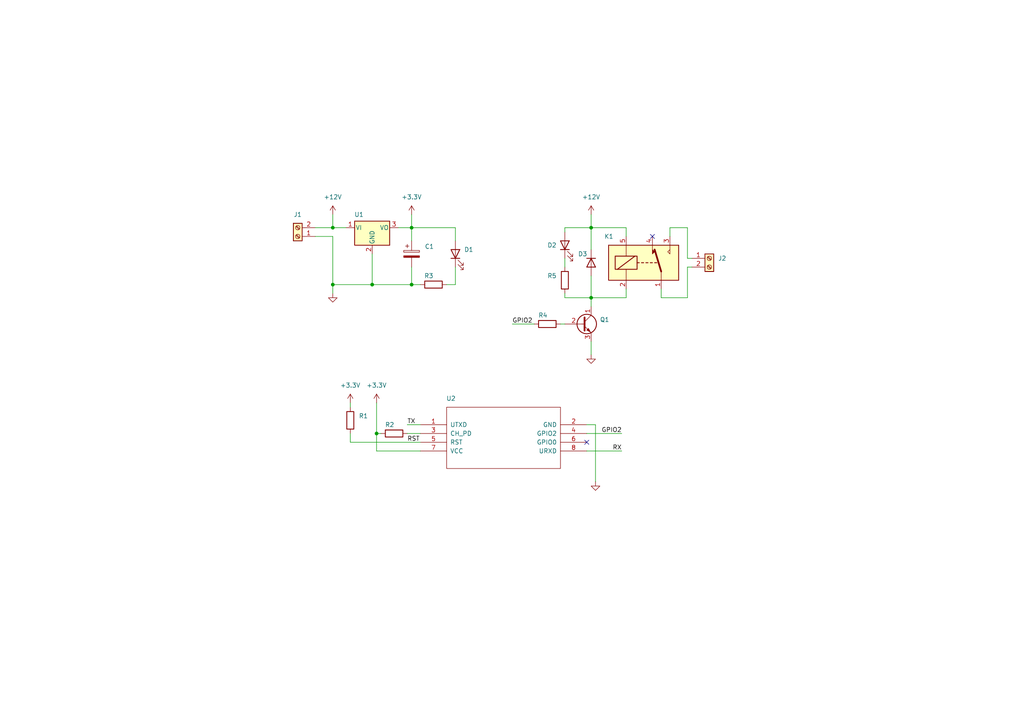
<source format=kicad_sch>
(kicad_sch (version 20230121) (generator eeschema)

  (uuid 5dc217d3-1123-4195-868b-3b83e4f832f2)

  (paper "A4")

  (title_block
    (title "RELÉ WIFI CON ESP-01")
    (date "2023-09-06")
    (rev "1")
    (company "Lucas Martín Treser")
  )

  (lib_symbols
    (symbol "Connector:Screw_Terminal_01x02" (pin_names (offset 1.016) hide) (in_bom yes) (on_board yes)
      (property "Reference" "J" (at 0 2.54 0)
        (effects (font (size 1.27 1.27)))
      )
      (property "Value" "Screw_Terminal_01x02" (at 0 -5.08 0)
        (effects (font (size 1.27 1.27)))
      )
      (property "Footprint" "" (at 0 0 0)
        (effects (font (size 1.27 1.27)) hide)
      )
      (property "Datasheet" "~" (at 0 0 0)
        (effects (font (size 1.27 1.27)) hide)
      )
      (property "ki_keywords" "screw terminal" (at 0 0 0)
        (effects (font (size 1.27 1.27)) hide)
      )
      (property "ki_description" "Generic screw terminal, single row, 01x02, script generated (kicad-library-utils/schlib/autogen/connector/)" (at 0 0 0)
        (effects (font (size 1.27 1.27)) hide)
      )
      (property "ki_fp_filters" "TerminalBlock*:*" (at 0 0 0)
        (effects (font (size 1.27 1.27)) hide)
      )
      (symbol "Screw_Terminal_01x02_1_1"
        (rectangle (start -1.27 1.27) (end 1.27 -3.81)
          (stroke (width 0.254) (type default))
          (fill (type background))
        )
        (circle (center 0 -2.54) (radius 0.635)
          (stroke (width 0.1524) (type default))
          (fill (type none))
        )
        (polyline
          (pts
            (xy -0.5334 -2.2098)
            (xy 0.3302 -3.048)
          )
          (stroke (width 0.1524) (type default))
          (fill (type none))
        )
        (polyline
          (pts
            (xy -0.5334 0.3302)
            (xy 0.3302 -0.508)
          )
          (stroke (width 0.1524) (type default))
          (fill (type none))
        )
        (polyline
          (pts
            (xy -0.3556 -2.032)
            (xy 0.508 -2.8702)
          )
          (stroke (width 0.1524) (type default))
          (fill (type none))
        )
        (polyline
          (pts
            (xy -0.3556 0.508)
            (xy 0.508 -0.3302)
          )
          (stroke (width 0.1524) (type default))
          (fill (type none))
        )
        (circle (center 0 0) (radius 0.635)
          (stroke (width 0.1524) (type default))
          (fill (type none))
        )
        (pin passive line (at -5.08 0 0) (length 3.81)
          (name "Pin_1" (effects (font (size 1.27 1.27))))
          (number "1" (effects (font (size 1.27 1.27))))
        )
        (pin passive line (at -5.08 -2.54 0) (length 3.81)
          (name "Pin_2" (effects (font (size 1.27 1.27))))
          (number "2" (effects (font (size 1.27 1.27))))
        )
      )
    )
    (symbol "Device:C_Polarized" (pin_numbers hide) (pin_names (offset 0.254)) (in_bom yes) (on_board yes)
      (property "Reference" "C" (at 0.635 2.54 0)
        (effects (font (size 1.27 1.27)) (justify left))
      )
      (property "Value" "C_Polarized" (at 0.635 -2.54 0)
        (effects (font (size 1.27 1.27)) (justify left))
      )
      (property "Footprint" "" (at 0.9652 -3.81 0)
        (effects (font (size 1.27 1.27)) hide)
      )
      (property "Datasheet" "~" (at 0 0 0)
        (effects (font (size 1.27 1.27)) hide)
      )
      (property "ki_keywords" "cap capacitor" (at 0 0 0)
        (effects (font (size 1.27 1.27)) hide)
      )
      (property "ki_description" "Polarized capacitor" (at 0 0 0)
        (effects (font (size 1.27 1.27)) hide)
      )
      (property "ki_fp_filters" "CP_*" (at 0 0 0)
        (effects (font (size 1.27 1.27)) hide)
      )
      (symbol "C_Polarized_0_1"
        (rectangle (start -2.286 0.508) (end 2.286 1.016)
          (stroke (width 0) (type default))
          (fill (type none))
        )
        (polyline
          (pts
            (xy -1.778 2.286)
            (xy -0.762 2.286)
          )
          (stroke (width 0) (type default))
          (fill (type none))
        )
        (polyline
          (pts
            (xy -1.27 2.794)
            (xy -1.27 1.778)
          )
          (stroke (width 0) (type default))
          (fill (type none))
        )
        (rectangle (start 2.286 -0.508) (end -2.286 -1.016)
          (stroke (width 0) (type default))
          (fill (type outline))
        )
      )
      (symbol "C_Polarized_1_1"
        (pin passive line (at 0 3.81 270) (length 2.794)
          (name "~" (effects (font (size 1.27 1.27))))
          (number "1" (effects (font (size 1.27 1.27))))
        )
        (pin passive line (at 0 -3.81 90) (length 2.794)
          (name "~" (effects (font (size 1.27 1.27))))
          (number "2" (effects (font (size 1.27 1.27))))
        )
      )
    )
    (symbol "Device:LED" (pin_numbers hide) (pin_names (offset 1.016) hide) (in_bom yes) (on_board yes)
      (property "Reference" "D" (at 0 2.54 0)
        (effects (font (size 1.27 1.27)))
      )
      (property "Value" "LED" (at 0 -2.54 0)
        (effects (font (size 1.27 1.27)))
      )
      (property "Footprint" "" (at 0 0 0)
        (effects (font (size 1.27 1.27)) hide)
      )
      (property "Datasheet" "~" (at 0 0 0)
        (effects (font (size 1.27 1.27)) hide)
      )
      (property "ki_keywords" "LED diode" (at 0 0 0)
        (effects (font (size 1.27 1.27)) hide)
      )
      (property "ki_description" "Light emitting diode" (at 0 0 0)
        (effects (font (size 1.27 1.27)) hide)
      )
      (property "ki_fp_filters" "LED* LED_SMD:* LED_THT:*" (at 0 0 0)
        (effects (font (size 1.27 1.27)) hide)
      )
      (symbol "LED_0_1"
        (polyline
          (pts
            (xy -1.27 -1.27)
            (xy -1.27 1.27)
          )
          (stroke (width 0.254) (type default))
          (fill (type none))
        )
        (polyline
          (pts
            (xy -1.27 0)
            (xy 1.27 0)
          )
          (stroke (width 0) (type default))
          (fill (type none))
        )
        (polyline
          (pts
            (xy 1.27 -1.27)
            (xy 1.27 1.27)
            (xy -1.27 0)
            (xy 1.27 -1.27)
          )
          (stroke (width 0.254) (type default))
          (fill (type none))
        )
        (polyline
          (pts
            (xy -3.048 -0.762)
            (xy -4.572 -2.286)
            (xy -3.81 -2.286)
            (xy -4.572 -2.286)
            (xy -4.572 -1.524)
          )
          (stroke (width 0) (type default))
          (fill (type none))
        )
        (polyline
          (pts
            (xy -1.778 -0.762)
            (xy -3.302 -2.286)
            (xy -2.54 -2.286)
            (xy -3.302 -2.286)
            (xy -3.302 -1.524)
          )
          (stroke (width 0) (type default))
          (fill (type none))
        )
      )
      (symbol "LED_1_1"
        (pin passive line (at -3.81 0 0) (length 2.54)
          (name "K" (effects (font (size 1.27 1.27))))
          (number "1" (effects (font (size 1.27 1.27))))
        )
        (pin passive line (at 3.81 0 180) (length 2.54)
          (name "A" (effects (font (size 1.27 1.27))))
          (number "2" (effects (font (size 1.27 1.27))))
        )
      )
    )
    (symbol "Device:R" (pin_numbers hide) (pin_names (offset 0)) (in_bom yes) (on_board yes)
      (property "Reference" "R" (at 2.032 0 90)
        (effects (font (size 1.27 1.27)))
      )
      (property "Value" "R" (at 0 0 90)
        (effects (font (size 1.27 1.27)))
      )
      (property "Footprint" "" (at -1.778 0 90)
        (effects (font (size 1.27 1.27)) hide)
      )
      (property "Datasheet" "~" (at 0 0 0)
        (effects (font (size 1.27 1.27)) hide)
      )
      (property "ki_keywords" "R res resistor" (at 0 0 0)
        (effects (font (size 1.27 1.27)) hide)
      )
      (property "ki_description" "Resistor" (at 0 0 0)
        (effects (font (size 1.27 1.27)) hide)
      )
      (property "ki_fp_filters" "R_*" (at 0 0 0)
        (effects (font (size 1.27 1.27)) hide)
      )
      (symbol "R_0_1"
        (rectangle (start -1.016 -2.54) (end 1.016 2.54)
          (stroke (width 0.254) (type default))
          (fill (type none))
        )
      )
      (symbol "R_1_1"
        (pin passive line (at 0 3.81 270) (length 1.27)
          (name "~" (effects (font (size 1.27 1.27))))
          (number "1" (effects (font (size 1.27 1.27))))
        )
        (pin passive line (at 0 -3.81 90) (length 1.27)
          (name "~" (effects (font (size 1.27 1.27))))
          (number "2" (effects (font (size 1.27 1.27))))
        )
      )
    )
    (symbol "Diode:1N4007" (pin_numbers hide) (pin_names hide) (in_bom yes) (on_board yes)
      (property "Reference" "D" (at 0 2.54 0)
        (effects (font (size 1.27 1.27)))
      )
      (property "Value" "1N4007" (at 0 -2.54 0)
        (effects (font (size 1.27 1.27)))
      )
      (property "Footprint" "Diode_THT:D_DO-41_SOD81_P10.16mm_Horizontal" (at 0 -4.445 0)
        (effects (font (size 1.27 1.27)) hide)
      )
      (property "Datasheet" "http://www.vishay.com/docs/88503/1n4001.pdf" (at 0 0 0)
        (effects (font (size 1.27 1.27)) hide)
      )
      (property "ki_keywords" "diode" (at 0 0 0)
        (effects (font (size 1.27 1.27)) hide)
      )
      (property "ki_description" "1000V 1A General Purpose Rectifier Diode, DO-41" (at 0 0 0)
        (effects (font (size 1.27 1.27)) hide)
      )
      (property "ki_fp_filters" "D*DO?41*" (at 0 0 0)
        (effects (font (size 1.27 1.27)) hide)
      )
      (symbol "1N4007_0_1"
        (polyline
          (pts
            (xy -1.27 1.27)
            (xy -1.27 -1.27)
          )
          (stroke (width 0.254) (type default))
          (fill (type none))
        )
        (polyline
          (pts
            (xy 1.27 0)
            (xy -1.27 0)
          )
          (stroke (width 0) (type default))
          (fill (type none))
        )
        (polyline
          (pts
            (xy 1.27 1.27)
            (xy 1.27 -1.27)
            (xy -1.27 0)
            (xy 1.27 1.27)
          )
          (stroke (width 0.254) (type default))
          (fill (type none))
        )
      )
      (symbol "1N4007_1_1"
        (pin passive line (at -3.81 0 0) (length 2.54)
          (name "K" (effects (font (size 1.27 1.27))))
          (number "1" (effects (font (size 1.27 1.27))))
        )
        (pin passive line (at 3.81 0 180) (length 2.54)
          (name "A" (effects (font (size 1.27 1.27))))
          (number "2" (effects (font (size 1.27 1.27))))
        )
      )
    )
    (symbol "ESP8266:ESP-01v090" (pin_names (offset 1.016)) (in_bom yes) (on_board yes)
      (property "Reference" "U" (at 0 -2.54 0)
        (effects (font (size 1.27 1.27)))
      )
      (property "Value" "ESP-01v090" (at 0 2.54 0)
        (effects (font (size 1.27 1.27)))
      )
      (property "Footprint" "" (at 0 0 0)
        (effects (font (size 1.27 1.27)) hide)
      )
      (property "Datasheet" "http://l0l.org.uk/2014/12/esp8266-modules-hardware-guide-gotta-catch-em-all/" (at 0 0 0)
        (effects (font (size 1.27 1.27)) hide)
      )
      (property "ki_keywords" "MODULE ESP8266 ESP-8266" (at 0 0 0)
        (effects (font (size 1.27 1.27)) hide)
      )
      (property "ki_description" "ESP8266 ESP-01 module, v090" (at 0 0 0)
        (effects (font (size 1.27 1.27)) hide)
      )
      (property "ki_fp_filters" "ESP-01*" (at 0 0 0)
        (effects (font (size 1.27 1.27)) hide)
      )
      (symbol "ESP-01v090_1_0"
        (rectangle (start -16.51 -8.89) (end 16.51 8.89)
          (stroke (width 0) (type default))
          (fill (type none))
        )
      )
      (symbol "ESP-01v090_1_1"
        (pin output line (at -24.13 3.81 0) (length 7.62)
          (name "UTXD" (effects (font (size 1.27 1.27))))
          (number "1" (effects (font (size 1.27 1.27))))
        )
        (pin power_in line (at 24.13 3.81 180) (length 7.62)
          (name "GND" (effects (font (size 1.27 1.27))))
          (number "2" (effects (font (size 1.27 1.27))))
        )
        (pin input line (at -24.13 1.27 0) (length 7.62)
          (name "CH_PD" (effects (font (size 1.27 1.27))))
          (number "3" (effects (font (size 1.27 1.27))))
        )
        (pin tri_state line (at 24.13 1.27 180) (length 7.62)
          (name "GPIO2" (effects (font (size 1.27 1.27))))
          (number "4" (effects (font (size 1.27 1.27))))
        )
        (pin input line (at -24.13 -1.27 0) (length 7.62)
          (name "RST" (effects (font (size 1.27 1.27))))
          (number "5" (effects (font (size 1.27 1.27))))
        )
        (pin tri_state line (at 24.13 -1.27 180) (length 7.62)
          (name "GPIO0" (effects (font (size 1.27 1.27))))
          (number "6" (effects (font (size 1.27 1.27))))
        )
        (pin power_in line (at -24.13 -3.81 0) (length 7.62)
          (name "VCC" (effects (font (size 1.27 1.27))))
          (number "7" (effects (font (size 1.27 1.27))))
        )
        (pin input line (at 24.13 -3.81 180) (length 7.62)
          (name "URXD" (effects (font (size 1.27 1.27))))
          (number "8" (effects (font (size 1.27 1.27))))
        )
      )
    )
    (symbol "Regulator_Linear:LM7805_TO220" (pin_names (offset 0.254)) (in_bom yes) (on_board yes)
      (property "Reference" "U" (at -3.81 3.175 0)
        (effects (font (size 1.27 1.27)))
      )
      (property "Value" "LM7805_TO220" (at 0 3.175 0)
        (effects (font (size 1.27 1.27)) (justify left))
      )
      (property "Footprint" "Package_TO_SOT_THT:TO-220-3_Vertical" (at 0 5.715 0)
        (effects (font (size 1.27 1.27) italic) hide)
      )
      (property "Datasheet" "https://www.onsemi.cn/PowerSolutions/document/MC7800-D.PDF" (at 0 -1.27 0)
        (effects (font (size 1.27 1.27)) hide)
      )
      (property "ki_keywords" "Voltage Regulator 1A Positive" (at 0 0 0)
        (effects (font (size 1.27 1.27)) hide)
      )
      (property "ki_description" "Positive 1A 35V Linear Regulator, Fixed Output 5V, TO-220" (at 0 0 0)
        (effects (font (size 1.27 1.27)) hide)
      )
      (property "ki_fp_filters" "TO?220*" (at 0 0 0)
        (effects (font (size 1.27 1.27)) hide)
      )
      (symbol "LM7805_TO220_0_1"
        (rectangle (start -5.08 1.905) (end 5.08 -5.08)
          (stroke (width 0.254) (type default))
          (fill (type background))
        )
      )
      (symbol "LM7805_TO220_1_1"
        (pin power_in line (at -7.62 0 0) (length 2.54)
          (name "VI" (effects (font (size 1.27 1.27))))
          (number "1" (effects (font (size 1.27 1.27))))
        )
        (pin power_in line (at 0 -7.62 90) (length 2.54)
          (name "GND" (effects (font (size 1.27 1.27))))
          (number "2" (effects (font (size 1.27 1.27))))
        )
        (pin power_out line (at 7.62 0 180) (length 2.54)
          (name "VO" (effects (font (size 1.27 1.27))))
          (number "3" (effects (font (size 1.27 1.27))))
        )
      )
    )
    (symbol "Relay:G5LE-1" (in_bom yes) (on_board yes)
      (property "Reference" "K" (at 11.43 3.81 0)
        (effects (font (size 1.27 1.27)) (justify left))
      )
      (property "Value" "G5LE-1" (at 11.43 1.27 0)
        (effects (font (size 1.27 1.27)) (justify left))
      )
      (property "Footprint" "Relay_THT:Relay_SPDT_Omron-G5LE-1" (at 11.43 -1.27 0)
        (effects (font (size 1.27 1.27)) (justify left) hide)
      )
      (property "Datasheet" "http://www.omron.com/ecb/products/pdf/en-g5le.pdf" (at 0 0 0)
        (effects (font (size 1.27 1.27)) hide)
      )
      (property "ki_keywords" "Miniature Single Pole Relay" (at 0 0 0)
        (effects (font (size 1.27 1.27)) hide)
      )
      (property "ki_description" "Omron G5LE relay, Miniature Single Pole, SPDT, 10A" (at 0 0 0)
        (effects (font (size 1.27 1.27)) hide)
      )
      (property "ki_fp_filters" "Relay*SPDT*Omron*G5LE?1*" (at 0 0 0)
        (effects (font (size 1.27 1.27)) hide)
      )
      (symbol "G5LE-1_0_0"
        (polyline
          (pts
            (xy 7.62 5.08)
            (xy 7.62 2.54)
            (xy 6.985 3.175)
            (xy 7.62 3.81)
          )
          (stroke (width 0) (type default))
          (fill (type none))
        )
      )
      (symbol "G5LE-1_0_1"
        (rectangle (start -10.16 5.08) (end 10.16 -5.08)
          (stroke (width 0.254) (type default))
          (fill (type background))
        )
        (rectangle (start -8.255 1.905) (end -1.905 -1.905)
          (stroke (width 0.254) (type default))
          (fill (type none))
        )
        (polyline
          (pts
            (xy -7.62 -1.905)
            (xy -2.54 1.905)
          )
          (stroke (width 0.254) (type default))
          (fill (type none))
        )
        (polyline
          (pts
            (xy -5.08 -5.08)
            (xy -5.08 -1.905)
          )
          (stroke (width 0) (type default))
          (fill (type none))
        )
        (polyline
          (pts
            (xy -5.08 5.08)
            (xy -5.08 1.905)
          )
          (stroke (width 0) (type default))
          (fill (type none))
        )
        (polyline
          (pts
            (xy -1.905 0)
            (xy -1.27 0)
          )
          (stroke (width 0.254) (type default))
          (fill (type none))
        )
        (polyline
          (pts
            (xy -0.635 0)
            (xy 0 0)
          )
          (stroke (width 0.254) (type default))
          (fill (type none))
        )
        (polyline
          (pts
            (xy 0.635 0)
            (xy 1.27 0)
          )
          (stroke (width 0.254) (type default))
          (fill (type none))
        )
        (polyline
          (pts
            (xy 1.905 0)
            (xy 2.54 0)
          )
          (stroke (width 0.254) (type default))
          (fill (type none))
        )
        (polyline
          (pts
            (xy 3.175 0)
            (xy 3.81 0)
          )
          (stroke (width 0.254) (type default))
          (fill (type none))
        )
        (polyline
          (pts
            (xy 5.08 -2.54)
            (xy 3.175 3.81)
          )
          (stroke (width 0.508) (type default))
          (fill (type none))
        )
        (polyline
          (pts
            (xy 5.08 -2.54)
            (xy 5.08 -5.08)
          )
          (stroke (width 0) (type default))
          (fill (type none))
        )
        (polyline
          (pts
            (xy 2.54 5.08)
            (xy 2.54 2.54)
            (xy 3.175 3.175)
            (xy 2.54 3.81)
          )
          (stroke (width 0) (type default))
          (fill (type outline))
        )
      )
      (symbol "G5LE-1_1_1"
        (pin passive line (at 5.08 -7.62 90) (length 2.54)
          (name "~" (effects (font (size 1.27 1.27))))
          (number "1" (effects (font (size 1.27 1.27))))
        )
        (pin passive line (at -5.08 -7.62 90) (length 2.54)
          (name "~" (effects (font (size 1.27 1.27))))
          (number "2" (effects (font (size 1.27 1.27))))
        )
        (pin passive line (at 7.62 7.62 270) (length 2.54)
          (name "~" (effects (font (size 1.27 1.27))))
          (number "3" (effects (font (size 1.27 1.27))))
        )
        (pin passive line (at 2.54 7.62 270) (length 2.54)
          (name "~" (effects (font (size 1.27 1.27))))
          (number "4" (effects (font (size 1.27 1.27))))
        )
        (pin passive line (at -5.08 7.62 270) (length 2.54)
          (name "~" (effects (font (size 1.27 1.27))))
          (number "5" (effects (font (size 1.27 1.27))))
        )
      )
    )
    (symbol "Transistor_BJT:BC548" (pin_names (offset 0) hide) (in_bom yes) (on_board yes)
      (property "Reference" "Q" (at 5.08 1.905 0)
        (effects (font (size 1.27 1.27)) (justify left))
      )
      (property "Value" "BC548" (at 5.08 0 0)
        (effects (font (size 1.27 1.27)) (justify left))
      )
      (property "Footprint" "Package_TO_SOT_THT:TO-92_Inline" (at 5.08 -1.905 0)
        (effects (font (size 1.27 1.27) italic) (justify left) hide)
      )
      (property "Datasheet" "https://www.onsemi.com/pub/Collateral/BC550-D.pdf" (at 0 0 0)
        (effects (font (size 1.27 1.27)) (justify left) hide)
      )
      (property "ki_keywords" "NPN Transistor" (at 0 0 0)
        (effects (font (size 1.27 1.27)) hide)
      )
      (property "ki_description" "0.1A Ic, 30V Vce, Small Signal NPN Transistor, TO-92" (at 0 0 0)
        (effects (font (size 1.27 1.27)) hide)
      )
      (property "ki_fp_filters" "TO?92*" (at 0 0 0)
        (effects (font (size 1.27 1.27)) hide)
      )
      (symbol "BC548_0_1"
        (polyline
          (pts
            (xy 0 0)
            (xy 0.635 0)
          )
          (stroke (width 0) (type default))
          (fill (type none))
        )
        (polyline
          (pts
            (xy 0.635 0.635)
            (xy 2.54 2.54)
          )
          (stroke (width 0) (type default))
          (fill (type none))
        )
        (polyline
          (pts
            (xy 0.635 -0.635)
            (xy 2.54 -2.54)
            (xy 2.54 -2.54)
          )
          (stroke (width 0) (type default))
          (fill (type none))
        )
        (polyline
          (pts
            (xy 0.635 1.905)
            (xy 0.635 -1.905)
            (xy 0.635 -1.905)
          )
          (stroke (width 0.508) (type default))
          (fill (type none))
        )
        (polyline
          (pts
            (xy 1.27 -1.778)
            (xy 1.778 -1.27)
            (xy 2.286 -2.286)
            (xy 1.27 -1.778)
            (xy 1.27 -1.778)
          )
          (stroke (width 0) (type default))
          (fill (type outline))
        )
        (circle (center 1.27 0) (radius 2.8194)
          (stroke (width 0.254) (type default))
          (fill (type none))
        )
      )
      (symbol "BC548_1_1"
        (pin passive line (at 2.54 5.08 270) (length 2.54)
          (name "C" (effects (font (size 1.27 1.27))))
          (number "1" (effects (font (size 1.27 1.27))))
        )
        (pin input line (at -5.08 0 0) (length 5.08)
          (name "B" (effects (font (size 1.27 1.27))))
          (number "2" (effects (font (size 1.27 1.27))))
        )
        (pin passive line (at 2.54 -5.08 90) (length 2.54)
          (name "E" (effects (font (size 1.27 1.27))))
          (number "3" (effects (font (size 1.27 1.27))))
        )
      )
    )
    (symbol "power:+12V" (power) (pin_names (offset 0)) (in_bom yes) (on_board yes)
      (property "Reference" "#PWR" (at 0 -3.81 0)
        (effects (font (size 1.27 1.27)) hide)
      )
      (property "Value" "+12V" (at 0 3.556 0)
        (effects (font (size 1.27 1.27)))
      )
      (property "Footprint" "" (at 0 0 0)
        (effects (font (size 1.27 1.27)) hide)
      )
      (property "Datasheet" "" (at 0 0 0)
        (effects (font (size 1.27 1.27)) hide)
      )
      (property "ki_keywords" "global power" (at 0 0 0)
        (effects (font (size 1.27 1.27)) hide)
      )
      (property "ki_description" "Power symbol creates a global label with name \"+12V\"" (at 0 0 0)
        (effects (font (size 1.27 1.27)) hide)
      )
      (symbol "+12V_0_1"
        (polyline
          (pts
            (xy -0.762 1.27)
            (xy 0 2.54)
          )
          (stroke (width 0) (type default))
          (fill (type none))
        )
        (polyline
          (pts
            (xy 0 0)
            (xy 0 2.54)
          )
          (stroke (width 0) (type default))
          (fill (type none))
        )
        (polyline
          (pts
            (xy 0 2.54)
            (xy 0.762 1.27)
          )
          (stroke (width 0) (type default))
          (fill (type none))
        )
      )
      (symbol "+12V_1_1"
        (pin power_in line (at 0 0 90) (length 0) hide
          (name "+12V" (effects (font (size 1.27 1.27))))
          (number "1" (effects (font (size 1.27 1.27))))
        )
      )
    )
    (symbol "power:+3.3V" (power) (pin_names (offset 0)) (in_bom yes) (on_board yes)
      (property "Reference" "#PWR" (at 0 -3.81 0)
        (effects (font (size 1.27 1.27)) hide)
      )
      (property "Value" "+3.3V" (at 0 3.556 0)
        (effects (font (size 1.27 1.27)))
      )
      (property "Footprint" "" (at 0 0 0)
        (effects (font (size 1.27 1.27)) hide)
      )
      (property "Datasheet" "" (at 0 0 0)
        (effects (font (size 1.27 1.27)) hide)
      )
      (property "ki_keywords" "global power" (at 0 0 0)
        (effects (font (size 1.27 1.27)) hide)
      )
      (property "ki_description" "Power symbol creates a global label with name \"+3.3V\"" (at 0 0 0)
        (effects (font (size 1.27 1.27)) hide)
      )
      (symbol "+3.3V_0_1"
        (polyline
          (pts
            (xy -0.762 1.27)
            (xy 0 2.54)
          )
          (stroke (width 0) (type default))
          (fill (type none))
        )
        (polyline
          (pts
            (xy 0 0)
            (xy 0 2.54)
          )
          (stroke (width 0) (type default))
          (fill (type none))
        )
        (polyline
          (pts
            (xy 0 2.54)
            (xy 0.762 1.27)
          )
          (stroke (width 0) (type default))
          (fill (type none))
        )
      )
      (symbol "+3.3V_1_1"
        (pin power_in line (at 0 0 90) (length 0) hide
          (name "+3.3V" (effects (font (size 1.27 1.27))))
          (number "1" (effects (font (size 1.27 1.27))))
        )
      )
    )
    (symbol "power:GND" (power) (pin_names (offset 0)) (in_bom yes) (on_board yes)
      (property "Reference" "#PWR" (at 0 -6.35 0)
        (effects (font (size 1.27 1.27)) hide)
      )
      (property "Value" "GND" (at 0 -3.81 0)
        (effects (font (size 1.27 1.27)))
      )
      (property "Footprint" "" (at 0 0 0)
        (effects (font (size 1.27 1.27)) hide)
      )
      (property "Datasheet" "" (at 0 0 0)
        (effects (font (size 1.27 1.27)) hide)
      )
      (property "ki_keywords" "global power" (at 0 0 0)
        (effects (font (size 1.27 1.27)) hide)
      )
      (property "ki_description" "Power symbol creates a global label with name \"GND\" , ground" (at 0 0 0)
        (effects (font (size 1.27 1.27)) hide)
      )
      (symbol "GND_0_1"
        (polyline
          (pts
            (xy 0 0)
            (xy 0 -1.27)
            (xy 1.27 -1.27)
            (xy 0 -2.54)
            (xy -1.27 -1.27)
            (xy 0 -1.27)
          )
          (stroke (width 0) (type default))
          (fill (type none))
        )
      )
      (symbol "GND_1_1"
        (pin power_in line (at 0 0 270) (length 0) hide
          (name "GND" (effects (font (size 1.27 1.27))))
          (number "1" (effects (font (size 1.27 1.27))))
        )
      )
    )
  )

  (junction (at 107.95 82.55) (diameter 0) (color 0 0 0 0)
    (uuid 066a5148-9698-4372-b3bb-629fea4874a1)
  )
  (junction (at 171.45 66.04) (diameter 0) (color 0 0 0 0)
    (uuid 0c98e47d-814f-44b5-a756-01d8ef7f3569)
  )
  (junction (at 96.52 66.04) (diameter 0) (color 0 0 0 0)
    (uuid 0f209835-3fe5-40a6-89ea-0afb6ed4725e)
  )
  (junction (at 119.38 66.04) (diameter 0) (color 0 0 0 0)
    (uuid 116cfe0b-01b6-4530-8337-490323101582)
  )
  (junction (at 119.38 82.55) (diameter 0) (color 0 0 0 0)
    (uuid 223a84c2-44d3-4287-9c5d-3cf929826304)
  )
  (junction (at 109.22 125.73) (diameter 0) (color 0 0 0 0)
    (uuid 247e1b67-5d6b-4700-b2db-aac4040b4578)
  )
  (junction (at 171.45 86.36) (diameter 0) (color 0 0 0 0)
    (uuid 60f235df-e3cf-4fdd-830c-805778ee8c66)
  )
  (junction (at 96.52 82.55) (diameter 0) (color 0 0 0 0)
    (uuid e4e36254-294f-4cf3-8ca3-f7ba452fbc79)
  )

  (no_connect (at 170.18 128.27) (uuid 8063c451-2bf0-4c1e-a06a-31c37758c2f7))
  (no_connect (at 189.23 68.58) (uuid e8704c79-c9eb-4a46-adc3-c53efb52fa74))

  (wire (pts (xy 91.44 66.04) (xy 96.52 66.04))
    (stroke (width 0) (type default))
    (uuid 0289d65c-0d56-467c-943b-9e0e9edbb16a)
  )
  (wire (pts (xy 171.45 66.04) (xy 181.61 66.04))
    (stroke (width 0) (type default))
    (uuid 0ea0c435-448c-4779-af10-b558bc64068d)
  )
  (wire (pts (xy 170.18 130.81) (xy 180.34 130.81))
    (stroke (width 0) (type default))
    (uuid 0f7cc9ef-682b-4133-b8dc-5be448e8dabe)
  )
  (wire (pts (xy 181.61 66.04) (xy 181.61 68.58))
    (stroke (width 0) (type default))
    (uuid 1745a940-bb69-4447-9758-95c8de2de702)
  )
  (wire (pts (xy 101.6 125.73) (xy 101.6 128.27))
    (stroke (width 0) (type default))
    (uuid 1903ebac-ea66-49af-a299-d4b4d8850fd4)
  )
  (wire (pts (xy 119.38 66.04) (xy 119.38 69.85))
    (stroke (width 0) (type default))
    (uuid 1be14024-7115-409a-8e02-d51d9b701f0b)
  )
  (wire (pts (xy 163.83 85.09) (xy 163.83 86.36))
    (stroke (width 0) (type default))
    (uuid 1d232014-ec92-4267-901d-a00e0c875cfe)
  )
  (wire (pts (xy 109.22 125.73) (xy 110.49 125.73))
    (stroke (width 0) (type default))
    (uuid 1f2e45cb-c5ec-465a-94d4-f05b92611f4e)
  )
  (wire (pts (xy 199.39 77.47) (xy 200.66 77.47))
    (stroke (width 0) (type default))
    (uuid 2744397f-7409-45af-948d-202ebb9fea9e)
  )
  (wire (pts (xy 132.08 69.85) (xy 132.08 66.04))
    (stroke (width 0) (type default))
    (uuid 2c981c06-d770-43a2-ba8b-7d80e4e5e8d7)
  )
  (wire (pts (xy 96.52 66.04) (xy 100.33 66.04))
    (stroke (width 0) (type default))
    (uuid 2f2d022b-dcd0-4f89-9f5a-71f297920543)
  )
  (wire (pts (xy 181.61 83.82) (xy 181.61 86.36))
    (stroke (width 0) (type default))
    (uuid 3354e109-9ae2-426e-a9db-4b6aacc5d9ff)
  )
  (wire (pts (xy 132.08 82.55) (xy 129.54 82.55))
    (stroke (width 0) (type default))
    (uuid 40acade1-a143-489c-95e1-5125ebe3b17c)
  )
  (wire (pts (xy 107.95 82.55) (xy 119.38 82.55))
    (stroke (width 0) (type default))
    (uuid 4a5e369d-fe7e-44e5-9e19-a82945f6be7d)
  )
  (wire (pts (xy 170.18 123.19) (xy 172.72 123.19))
    (stroke (width 0) (type default))
    (uuid 4e6d4963-280a-45b5-8c86-da138f4e3bd1)
  )
  (wire (pts (xy 109.22 116.84) (xy 109.22 125.73))
    (stroke (width 0) (type default))
    (uuid 51c83e0c-1975-42e4-86b7-2409ec3b712e)
  )
  (wire (pts (xy 115.57 66.04) (xy 119.38 66.04))
    (stroke (width 0) (type default))
    (uuid 52f885e7-92e6-470f-b516-46214c893ed0)
  )
  (wire (pts (xy 194.31 68.58) (xy 194.31 66.04))
    (stroke (width 0) (type default))
    (uuid 53344d31-0619-4427-a1a3-afd556a73f00)
  )
  (wire (pts (xy 132.08 77.47) (xy 132.08 82.55))
    (stroke (width 0) (type default))
    (uuid 535aca16-df1b-41aa-b22b-15113fa9d489)
  )
  (wire (pts (xy 96.52 62.23) (xy 96.52 66.04))
    (stroke (width 0) (type default))
    (uuid 56eb0b80-2856-4c57-8a8a-2d5a66abb31f)
  )
  (wire (pts (xy 119.38 62.23) (xy 119.38 66.04))
    (stroke (width 0) (type default))
    (uuid 580d5674-ca46-478b-bd2f-2fe4e7aaf04a)
  )
  (wire (pts (xy 119.38 66.04) (xy 132.08 66.04))
    (stroke (width 0) (type default))
    (uuid 5844ea17-46d9-4e3d-bc17-c7d33d9a810e)
  )
  (wire (pts (xy 162.56 93.98) (xy 163.83 93.98))
    (stroke (width 0) (type default))
    (uuid 5d607ce0-f7b7-4192-adc9-5a1078a7d1d6)
  )
  (wire (pts (xy 199.39 86.36) (xy 199.39 77.47))
    (stroke (width 0) (type default))
    (uuid 5f86c863-a568-4d00-92e0-82f8eb639f47)
  )
  (wire (pts (xy 191.77 83.82) (xy 191.77 86.36))
    (stroke (width 0) (type default))
    (uuid 603b2c0a-89bf-4883-aa77-153754f2a38c)
  )
  (wire (pts (xy 171.45 72.39) (xy 171.45 66.04))
    (stroke (width 0) (type default))
    (uuid 60a4f0a2-ddd3-417f-913a-d5e90e679f9a)
  )
  (wire (pts (xy 170.18 125.73) (xy 180.34 125.73))
    (stroke (width 0) (type default))
    (uuid 6b1c996e-91f7-4f1a-b6bd-aff34d62a55f)
  )
  (wire (pts (xy 191.77 86.36) (xy 199.39 86.36))
    (stroke (width 0) (type default))
    (uuid 6f4fc1d3-63dd-4171-b153-9d099188f5ec)
  )
  (wire (pts (xy 181.61 86.36) (xy 171.45 86.36))
    (stroke (width 0) (type default))
    (uuid 73b02fd9-4edb-4e49-bedf-8ed06a37320d)
  )
  (wire (pts (xy 91.44 68.58) (xy 96.52 68.58))
    (stroke (width 0) (type default))
    (uuid 76957d0b-6bea-4110-81f6-7dcc34a14d7a)
  )
  (wire (pts (xy 163.83 67.31) (xy 163.83 66.04))
    (stroke (width 0) (type default))
    (uuid 7a348769-85ba-4062-b39a-5b85ebcb63be)
  )
  (wire (pts (xy 172.72 123.19) (xy 172.72 139.7))
    (stroke (width 0) (type default))
    (uuid 7f03a1f0-7715-4787-ab09-255d4d71d91f)
  )
  (wire (pts (xy 171.45 99.06) (xy 171.45 102.87))
    (stroke (width 0) (type default))
    (uuid 80d69706-4e79-4e15-b466-dcc5f4d5f00d)
  )
  (wire (pts (xy 121.92 130.81) (xy 109.22 130.81))
    (stroke (width 0) (type default))
    (uuid 840cb4a7-d28c-48d6-9c81-38c012896779)
  )
  (wire (pts (xy 118.11 123.19) (xy 121.92 123.19))
    (stroke (width 0) (type default))
    (uuid 8bfb6513-af12-48ab-80f1-142919dadcfa)
  )
  (wire (pts (xy 199.39 66.04) (xy 199.39 74.93))
    (stroke (width 0) (type default))
    (uuid 90aae3b5-424a-4d7b-b4a3-9d95b59269e3)
  )
  (wire (pts (xy 194.31 66.04) (xy 199.39 66.04))
    (stroke (width 0) (type default))
    (uuid 9daea042-70e0-4b2f-a847-2b64cb0aa403)
  )
  (wire (pts (xy 163.83 74.93) (xy 163.83 77.47))
    (stroke (width 0) (type default))
    (uuid a0601e7f-9819-4df9-b360-a32bd15ecd85)
  )
  (wire (pts (xy 199.39 74.93) (xy 200.66 74.93))
    (stroke (width 0) (type default))
    (uuid a362b942-d211-4eb4-908f-b16218931cd2)
  )
  (wire (pts (xy 163.83 66.04) (xy 171.45 66.04))
    (stroke (width 0) (type default))
    (uuid a4ea6172-f985-4c3b-bdac-9c4ab3ed9853)
  )
  (wire (pts (xy 96.52 82.55) (xy 107.95 82.55))
    (stroke (width 0) (type default))
    (uuid a8c072d5-ffb1-48f4-b4bf-9f682e25a8f9)
  )
  (wire (pts (xy 118.11 125.73) (xy 121.92 125.73))
    (stroke (width 0) (type default))
    (uuid aee1e340-75e6-4e67-b2e4-ff6424dd8d1d)
  )
  (wire (pts (xy 171.45 62.23) (xy 171.45 66.04))
    (stroke (width 0) (type default))
    (uuid b647ef40-f38b-4ff7-a5b0-ceacdf88c4e6)
  )
  (wire (pts (xy 96.52 68.58) (xy 96.52 82.55))
    (stroke (width 0) (type default))
    (uuid b76822b0-b290-4dc0-93df-4b38456bb3d4)
  )
  (wire (pts (xy 163.83 86.36) (xy 171.45 86.36))
    (stroke (width 0) (type default))
    (uuid ccfb4c7c-ae2d-4873-a00a-db4bc8c4ec48)
  )
  (wire (pts (xy 109.22 130.81) (xy 109.22 125.73))
    (stroke (width 0) (type default))
    (uuid cd6488e6-85f7-4fe2-9243-f92aab90a67f)
  )
  (wire (pts (xy 171.45 80.01) (xy 171.45 86.36))
    (stroke (width 0) (type default))
    (uuid d9f9c9d6-13da-4c13-b312-15e14bd719d0)
  )
  (wire (pts (xy 101.6 128.27) (xy 121.92 128.27))
    (stroke (width 0) (type default))
    (uuid daf2cdad-9337-40bd-95ec-c6403afb5beb)
  )
  (wire (pts (xy 96.52 85.09) (xy 96.52 82.55))
    (stroke (width 0) (type default))
    (uuid e0ad817a-65db-4a4f-9249-4cad06b1c81f)
  )
  (wire (pts (xy 171.45 86.36) (xy 171.45 88.9))
    (stroke (width 0) (type default))
    (uuid edfb0c15-f97f-4714-9e20-f73560bb9cf2)
  )
  (wire (pts (xy 119.38 82.55) (xy 119.38 77.47))
    (stroke (width 0) (type default))
    (uuid f7f66e0f-f558-46d9-b303-83b079f51df3)
  )
  (wire (pts (xy 107.95 73.66) (xy 107.95 82.55))
    (stroke (width 0) (type default))
    (uuid f808fa6c-24fd-44f5-a93d-6de50ba4dd2c)
  )
  (wire (pts (xy 148.59 93.98) (xy 154.94 93.98))
    (stroke (width 0) (type default))
    (uuid fc2423fb-6a45-4a27-9071-1f5e0b19be66)
  )
  (wire (pts (xy 101.6 116.84) (xy 101.6 118.11))
    (stroke (width 0) (type default))
    (uuid ff672362-2018-4336-8315-5eeceb1f34ed)
  )
  (wire (pts (xy 119.38 82.55) (xy 121.92 82.55))
    (stroke (width 0) (type default))
    (uuid ffa3e16f-5ba7-445e-9309-680ef4dd454b)
  )

  (label "GPIO2" (at 180.34 125.73 180) (fields_autoplaced)
    (effects (font (size 1.27 1.27)) (justify right bottom))
    (uuid 22626920-2809-4a69-b771-38a20287c4a9)
  )
  (label "TX" (at 118.11 123.19 0) (fields_autoplaced)
    (effects (font (size 1.27 1.27)) (justify left bottom))
    (uuid 400b8ec6-a4eb-408e-a371-f0e21054795d)
  )
  (label "RX" (at 180.34 130.81 180) (fields_autoplaced)
    (effects (font (size 1.27 1.27)) (justify right bottom))
    (uuid 72fc2912-469f-485b-a2d6-c78d0d7d95dd)
  )
  (label "GPIO2" (at 148.59 93.98 0) (fields_autoplaced)
    (effects (font (size 1.27 1.27)) (justify left bottom))
    (uuid bd120987-7f53-441e-841d-b6178e123358)
  )
  (label "RST" (at 118.11 128.27 0) (fields_autoplaced)
    (effects (font (size 1.27 1.27)) (justify left bottom))
    (uuid d6377339-19b6-41f1-a7fd-f5c1f7f42f7f)
  )

  (symbol (lib_id "power:GND") (at 171.45 102.87 0) (unit 1)
    (in_bom yes) (on_board yes) (dnp no) (fields_autoplaced)
    (uuid 11bd4567-f9b6-4ee1-a9fd-0d0e59c9e874)
    (property "Reference" "#PWR08" (at 171.45 109.22 0)
      (effects (font (size 1.27 1.27)) hide)
    )
    (property "Value" "GND" (at 171.45 107.95 0)
      (effects (font (size 1.27 1.27)) hide)
    )
    (property "Footprint" "" (at 171.45 102.87 0)
      (effects (font (size 1.27 1.27)) hide)
    )
    (property "Datasheet" "" (at 171.45 102.87 0)
      (effects (font (size 1.27 1.27)) hide)
    )
    (pin "1" (uuid e03b052c-c0ef-4b6d-ae93-2b9e47ab721b))
    (instances
      (project "esp_rele"
        (path "/5dc217d3-1123-4195-868b-3b83e4f832f2"
          (reference "#PWR08") (unit 1)
        )
      )
    )
  )

  (symbol (lib_id "Device:R") (at 163.83 81.28 0) (unit 1)
    (in_bom yes) (on_board yes) (dnp no)
    (uuid 13b7c084-8347-44e1-99f8-4b795c3882c4)
    (property "Reference" "R5" (at 158.75 80.01 0)
      (effects (font (size 1.27 1.27)) (justify left))
    )
    (property "Value" "470" (at 166.37 82.5499 0)
      (effects (font (size 1.27 1.27)) (justify left) hide)
    )
    (property "Footprint" "Resistor_THT:R_Axial_DIN0207_L6.3mm_D2.5mm_P7.62mm_Horizontal" (at 162.052 81.28 90)
      (effects (font (size 1.27 1.27)) hide)
    )
    (property "Datasheet" "~" (at 163.83 81.28 0)
      (effects (font (size 1.27 1.27)) hide)
    )
    (pin "1" (uuid dea26ec2-88d0-4d94-90f2-881c75fea4ed))
    (pin "2" (uuid 90eda232-2453-4573-be13-641c84857735))
    (instances
      (project "esp_rele"
        (path "/5dc217d3-1123-4195-868b-3b83e4f832f2"
          (reference "R5") (unit 1)
        )
      )
    )
  )

  (symbol (lib_id "Device:R") (at 114.3 125.73 90) (unit 1)
    (in_bom yes) (on_board yes) (dnp no)
    (uuid 461a5ddc-1b36-4dfd-a7ed-af0579270437)
    (property "Reference" "R2" (at 113.03 123.19 90)
      (effects (font (size 1.27 1.27)))
    )
    (property "Value" "3k3" (at 114.3 121.92 90)
      (effects (font (size 1.27 1.27)) hide)
    )
    (property "Footprint" "Resistor_THT:R_Axial_DIN0207_L6.3mm_D2.5mm_P7.62mm_Horizontal" (at 114.3 127.508 90)
      (effects (font (size 1.27 1.27)) hide)
    )
    (property "Datasheet" "~" (at 114.3 125.73 0)
      (effects (font (size 1.27 1.27)) hide)
    )
    (pin "1" (uuid f34d1bc8-3127-4802-97f0-6b60968da9f0))
    (pin "2" (uuid 798bff0b-ef6a-4512-8f9e-853cf154665d))
    (instances
      (project "esp_rele"
        (path "/5dc217d3-1123-4195-868b-3b83e4f832f2"
          (reference "R2") (unit 1)
        )
      )
    )
  )

  (symbol (lib_id "power:+3.3V") (at 101.6 116.84 0) (unit 1)
    (in_bom yes) (on_board yes) (dnp no) (fields_autoplaced)
    (uuid 4ae991e0-3029-4a15-9e39-b06ae556c944)
    (property "Reference" "#PWR03" (at 101.6 120.65 0)
      (effects (font (size 1.27 1.27)) hide)
    )
    (property "Value" "+3.3V" (at 101.6 111.76 0)
      (effects (font (size 1.27 1.27)))
    )
    (property "Footprint" "" (at 101.6 116.84 0)
      (effects (font (size 1.27 1.27)) hide)
    )
    (property "Datasheet" "" (at 101.6 116.84 0)
      (effects (font (size 1.27 1.27)) hide)
    )
    (pin "1" (uuid 114d7183-a98c-489a-9dc8-828cd0ef7e13))
    (instances
      (project "esp_rele"
        (path "/5dc217d3-1123-4195-868b-3b83e4f832f2"
          (reference "#PWR03") (unit 1)
        )
      )
    )
  )

  (symbol (lib_id "Connector:Screw_Terminal_01x02") (at 86.36 68.58 180) (unit 1)
    (in_bom yes) (on_board yes) (dnp no) (fields_autoplaced)
    (uuid 54173560-d7ad-44eb-836d-168127621c49)
    (property "Reference" "J1" (at 86.36 62.23 0)
      (effects (font (size 1.27 1.27)))
    )
    (property "Value" "Screw_Terminal_01x02" (at 83.82 66.0401 0)
      (effects (font (size 1.27 1.27)) (justify left) hide)
    )
    (property "Footprint" "TerminalBlock_Phoenix:TerminalBlock_Phoenix_MKDS-1,5-2_1x02_P5.00mm_Horizontal" (at 86.36 68.58 0)
      (effects (font (size 1.27 1.27)) hide)
    )
    (property "Datasheet" "~" (at 86.36 68.58 0)
      (effects (font (size 1.27 1.27)) hide)
    )
    (pin "1" (uuid f47217e1-f9e6-487d-8a47-81f136a6d810))
    (pin "2" (uuid dd242ff1-7d89-4061-a22c-3a31b2a32502))
    (instances
      (project "esp_rele"
        (path "/5dc217d3-1123-4195-868b-3b83e4f832f2"
          (reference "J1") (unit 1)
        )
      )
    )
  )

  (symbol (lib_id "ESP8266:ESP-01v090") (at 146.05 127 0) (unit 1)
    (in_bom yes) (on_board yes) (dnp no)
    (uuid 71063415-1a8c-4189-9268-b5eb0accb1d8)
    (property "Reference" "U2" (at 130.81 115.57 0)
      (effects (font (size 1.27 1.27)))
    )
    (property "Value" "ESP-01v090" (at 146.05 115.57 0)
      (effects (font (size 1.27 1.27)) hide)
    )
    (property "Footprint" "ESP8266:ESP-01" (at 146.05 127 0)
      (effects (font (size 1.27 1.27)) hide)
    )
    (property "Datasheet" "http://l0l.org.uk/2014/12/esp8266-modules-hardware-guide-gotta-catch-em-all/" (at 146.05 127 0)
      (effects (font (size 1.27 1.27)) hide)
    )
    (pin "1" (uuid 2b1f6a66-dc26-4385-b4e4-6522a121393c))
    (pin "2" (uuid 343730f7-fb4d-4e1f-bbef-79493bb52f19))
    (pin "3" (uuid 775ef144-843f-4af2-998a-192fae561c8f))
    (pin "4" (uuid ce9f56cb-7f71-40a7-80c3-99c5cff92891))
    (pin "5" (uuid 79da55c3-f21e-4dfb-90a0-780275ad50d6))
    (pin "6" (uuid a54a6cee-f2ae-4a69-aeca-0ca11d9fb61f))
    (pin "7" (uuid 6ac41b26-04d5-46c0-9769-056c6825bcdd))
    (pin "8" (uuid edf7b068-1dd7-4306-ba53-d57b4c12c15c))
    (instances
      (project "esp_rele"
        (path "/5dc217d3-1123-4195-868b-3b83e4f832f2"
          (reference "U2") (unit 1)
        )
      )
    )
  )

  (symbol (lib_id "Device:R") (at 158.75 93.98 90) (unit 1)
    (in_bom yes) (on_board yes) (dnp no)
    (uuid 73b86716-3a4c-4e30-90b9-c1f2f0077069)
    (property "Reference" "R4" (at 157.48 91.44 90)
      (effects (font (size 1.27 1.27)))
    )
    (property "Value" "3k3" (at 158.75 90.17 90)
      (effects (font (size 1.27 1.27)) hide)
    )
    (property "Footprint" "Resistor_THT:R_Axial_DIN0207_L6.3mm_D2.5mm_P7.62mm_Horizontal" (at 158.75 95.758 90)
      (effects (font (size 1.27 1.27)) hide)
    )
    (property "Datasheet" "~" (at 158.75 93.98 0)
      (effects (font (size 1.27 1.27)) hide)
    )
    (pin "1" (uuid 6cdca9db-2cf9-41ee-81ec-5f50a3b4da20))
    (pin "2" (uuid f9793987-e14a-42b4-91cb-1d8f52f2a591))
    (instances
      (project "esp_rele"
        (path "/5dc217d3-1123-4195-868b-3b83e4f832f2"
          (reference "R4") (unit 1)
        )
      )
    )
  )

  (symbol (lib_id "power:GND") (at 172.72 139.7 0) (unit 1)
    (in_bom yes) (on_board yes) (dnp no) (fields_autoplaced)
    (uuid 786feaa7-1536-4381-9450-c206d5b30673)
    (property "Reference" "#PWR09" (at 172.72 146.05 0)
      (effects (font (size 1.27 1.27)) hide)
    )
    (property "Value" "GND" (at 172.72 144.78 0)
      (effects (font (size 1.27 1.27)) hide)
    )
    (property "Footprint" "" (at 172.72 139.7 0)
      (effects (font (size 1.27 1.27)) hide)
    )
    (property "Datasheet" "" (at 172.72 139.7 0)
      (effects (font (size 1.27 1.27)) hide)
    )
    (pin "1" (uuid eda428ee-4acd-4b96-bb08-9b83a56bdf0c))
    (instances
      (project "esp_rele"
        (path "/5dc217d3-1123-4195-868b-3b83e4f832f2"
          (reference "#PWR09") (unit 1)
        )
      )
    )
  )

  (symbol (lib_id "Device:R") (at 101.6 121.92 180) (unit 1)
    (in_bom yes) (on_board yes) (dnp no)
    (uuid 875d7f35-293d-4725-80b4-832b98da7c17)
    (property "Reference" "R1" (at 105.41 120.65 0)
      (effects (font (size 1.27 1.27)))
    )
    (property "Value" "3k3" (at 97.79 121.92 90)
      (effects (font (size 1.27 1.27)) hide)
    )
    (property "Footprint" "Resistor_THT:R_Axial_DIN0207_L6.3mm_D2.5mm_P7.62mm_Horizontal" (at 103.378 121.92 90)
      (effects (font (size 1.27 1.27)) hide)
    )
    (property "Datasheet" "~" (at 101.6 121.92 0)
      (effects (font (size 1.27 1.27)) hide)
    )
    (pin "1" (uuid e2ce214b-be2b-41fe-9d44-d9ec66d2ebbe))
    (pin "2" (uuid d87ee040-1a08-4f34-936f-96a1a1c1094c))
    (instances
      (project "esp_rele"
        (path "/5dc217d3-1123-4195-868b-3b83e4f832f2"
          (reference "R1") (unit 1)
        )
      )
    )
  )

  (symbol (lib_id "Transistor_BJT:BC548") (at 168.91 93.98 0) (unit 1)
    (in_bom yes) (on_board yes) (dnp no) (fields_autoplaced)
    (uuid a4927d3c-f93f-4467-8ae8-8af73495526c)
    (property "Reference" "Q1" (at 173.99 92.7099 0)
      (effects (font (size 1.27 1.27)) (justify left))
    )
    (property "Value" "BC548" (at 173.99 95.2499 0)
      (effects (font (size 1.27 1.27)) (justify left) hide)
    )
    (property "Footprint" "Package_TO_SOT_THT:TO-92_Inline" (at 173.99 95.885 0)
      (effects (font (size 1.27 1.27) italic) (justify left) hide)
    )
    (property "Datasheet" "https://www.onsemi.com/pub/Collateral/BC550-D.pdf" (at 168.91 93.98 0)
      (effects (font (size 1.27 1.27)) (justify left) hide)
    )
    (pin "1" (uuid 45bff716-bf9d-451e-9c3f-530d8cc102eb))
    (pin "2" (uuid b881df0b-d020-4a85-ae21-fd74ee55b033))
    (pin "3" (uuid 5240dd90-1679-49cb-aedc-bb9584ebb2ac))
    (instances
      (project "esp_rele"
        (path "/5dc217d3-1123-4195-868b-3b83e4f832f2"
          (reference "Q1") (unit 1)
        )
      )
    )
  )

  (symbol (lib_id "Device:LED") (at 132.08 73.66 90) (unit 1)
    (in_bom yes) (on_board yes) (dnp no)
    (uuid b4e15f35-6458-4a29-9b49-9625d50f476a)
    (property "Reference" "D1" (at 134.62 72.39 90)
      (effects (font (size 1.27 1.27)) (justify right))
    )
    (property "Value" "LED" (at 135.89 76.5174 90)
      (effects (font (size 1.27 1.27)) (justify right) hide)
    )
    (property "Footprint" "LED_THT:LED_D3.0mm" (at 132.08 73.66 0)
      (effects (font (size 1.27 1.27)) hide)
    )
    (property "Datasheet" "~" (at 132.08 73.66 0)
      (effects (font (size 1.27 1.27)) hide)
    )
    (pin "1" (uuid 319d2aec-3041-4d1c-beb4-805dfada5202))
    (pin "2" (uuid 28defb4a-01c9-4ac4-81e8-d59d5c7d5e4b))
    (instances
      (project "esp_rele"
        (path "/5dc217d3-1123-4195-868b-3b83e4f832f2"
          (reference "D1") (unit 1)
        )
      )
    )
  )

  (symbol (lib_id "Diode:1N4007") (at 171.45 76.2 270) (unit 1)
    (in_bom yes) (on_board yes) (dnp no)
    (uuid bcd9d36b-0f2a-427a-a33c-6bd90704e3b5)
    (property "Reference" "D3" (at 167.64 73.66 90)
      (effects (font (size 1.27 1.27)) (justify left))
    )
    (property "Value" "1N4007" (at 173.99 77.4699 90)
      (effects (font (size 1.27 1.27)) (justify left) hide)
    )
    (property "Footprint" "Diode_THT:D_DO-41_SOD81_P10.16mm_Horizontal" (at 167.005 76.2 0)
      (effects (font (size 1.27 1.27)) hide)
    )
    (property "Datasheet" "http://www.vishay.com/docs/88503/1n4001.pdf" (at 171.45 76.2 0)
      (effects (font (size 1.27 1.27)) hide)
    )
    (pin "1" (uuid 7cffa7e4-7c52-4f19-b660-db0670e2f0d6))
    (pin "2" (uuid dad0e846-5328-4db0-a0e1-a11086f5c1c1))
    (instances
      (project "esp_rele"
        (path "/5dc217d3-1123-4195-868b-3b83e4f832f2"
          (reference "D3") (unit 1)
        )
      )
    )
  )

  (symbol (lib_id "power:+3.3V") (at 109.22 116.84 0) (unit 1)
    (in_bom yes) (on_board yes) (dnp no) (fields_autoplaced)
    (uuid be142db2-25c0-4253-938c-7e052053f81a)
    (property "Reference" "#PWR05" (at 109.22 120.65 0)
      (effects (font (size 1.27 1.27)) hide)
    )
    (property "Value" "+3.3V" (at 109.22 111.76 0)
      (effects (font (size 1.27 1.27)))
    )
    (property "Footprint" "" (at 109.22 116.84 0)
      (effects (font (size 1.27 1.27)) hide)
    )
    (property "Datasheet" "" (at 109.22 116.84 0)
      (effects (font (size 1.27 1.27)) hide)
    )
    (pin "1" (uuid 465ec693-17ee-4ff8-9b29-20e4c5bb4793))
    (instances
      (project "esp_rele"
        (path "/5dc217d3-1123-4195-868b-3b83e4f832f2"
          (reference "#PWR05") (unit 1)
        )
      )
    )
  )

  (symbol (lib_id "power:+12V") (at 171.45 62.23 0) (unit 1)
    (in_bom yes) (on_board yes) (dnp no) (fields_autoplaced)
    (uuid c1b3b02c-fdc5-42dd-aa4e-f956eaeb4f5a)
    (property "Reference" "#PWR07" (at 171.45 66.04 0)
      (effects (font (size 1.27 1.27)) hide)
    )
    (property "Value" "+12V" (at 171.45 57.15 0)
      (effects (font (size 1.27 1.27)))
    )
    (property "Footprint" "" (at 171.45 62.23 0)
      (effects (font (size 1.27 1.27)) hide)
    )
    (property "Datasheet" "" (at 171.45 62.23 0)
      (effects (font (size 1.27 1.27)) hide)
    )
    (pin "1" (uuid e18a3ce3-acc7-41f4-a277-95feba8c6973))
    (instances
      (project "esp_rele"
        (path "/5dc217d3-1123-4195-868b-3b83e4f832f2"
          (reference "#PWR07") (unit 1)
        )
      )
    )
  )

  (symbol (lib_id "Connector:Screw_Terminal_01x02") (at 205.74 74.93 0) (unit 1)
    (in_bom yes) (on_board yes) (dnp no) (fields_autoplaced)
    (uuid c8200ee4-cbc6-47ed-a42d-19270b425794)
    (property "Reference" "J2" (at 208.28 74.9299 0)
      (effects (font (size 1.27 1.27)) (justify left))
    )
    (property "Value" "Screw_Terminal_01x02" (at 208.28 77.4699 0)
      (effects (font (size 1.27 1.27)) (justify left) hide)
    )
    (property "Footprint" "TerminalBlock_Phoenix:TerminalBlock_Phoenix_MKDS-1,5-2_1x02_P5.00mm_Horizontal" (at 205.74 74.93 0)
      (effects (font (size 1.27 1.27)) hide)
    )
    (property "Datasheet" "~" (at 205.74 74.93 0)
      (effects (font (size 1.27 1.27)) hide)
    )
    (pin "1" (uuid e1c5eccc-40c6-4a6d-8093-029d4a049183))
    (pin "2" (uuid 6eca03df-b71e-4af1-affe-bea8e36297f8))
    (instances
      (project "esp_rele"
        (path "/5dc217d3-1123-4195-868b-3b83e4f832f2"
          (reference "J2") (unit 1)
        )
      )
    )
  )

  (symbol (lib_id "power:+3.3V") (at 119.38 62.23 0) (unit 1)
    (in_bom yes) (on_board yes) (dnp no) (fields_autoplaced)
    (uuid ce818e1a-463c-42d5-9d63-c5c99fda92f7)
    (property "Reference" "#PWR06" (at 119.38 66.04 0)
      (effects (font (size 1.27 1.27)) hide)
    )
    (property "Value" "+3.3V" (at 119.38 57.15 0)
      (effects (font (size 1.27 1.27)))
    )
    (property "Footprint" "" (at 119.38 62.23 0)
      (effects (font (size 1.27 1.27)) hide)
    )
    (property "Datasheet" "" (at 119.38 62.23 0)
      (effects (font (size 1.27 1.27)) hide)
    )
    (pin "1" (uuid 1c0c1179-f7ba-4a8e-b863-1484ed62cb57))
    (instances
      (project "esp_rele"
        (path "/5dc217d3-1123-4195-868b-3b83e4f832f2"
          (reference "#PWR06") (unit 1)
        )
      )
    )
  )

  (symbol (lib_id "power:+12V") (at 96.52 62.23 0) (unit 1)
    (in_bom yes) (on_board yes) (dnp no) (fields_autoplaced)
    (uuid d00fe075-df97-413a-a42b-1f0e5e5e33c4)
    (property "Reference" "#PWR01" (at 96.52 66.04 0)
      (effects (font (size 1.27 1.27)) hide)
    )
    (property "Value" "+12V" (at 96.52 57.15 0)
      (effects (font (size 1.27 1.27)))
    )
    (property "Footprint" "" (at 96.52 62.23 0)
      (effects (font (size 1.27 1.27)) hide)
    )
    (property "Datasheet" "" (at 96.52 62.23 0)
      (effects (font (size 1.27 1.27)) hide)
    )
    (pin "1" (uuid 11f0b7ec-1fe5-4bef-a549-761d5089c95d))
    (instances
      (project "esp_rele"
        (path "/5dc217d3-1123-4195-868b-3b83e4f832f2"
          (reference "#PWR01") (unit 1)
        )
      )
    )
  )

  (symbol (lib_id "power:GND") (at 96.52 85.09 0) (unit 1)
    (in_bom yes) (on_board yes) (dnp no) (fields_autoplaced)
    (uuid d15af0e0-6799-461b-b93d-138d97351f01)
    (property "Reference" "#PWR02" (at 96.52 91.44 0)
      (effects (font (size 1.27 1.27)) hide)
    )
    (property "Value" "GND" (at 96.52 90.17 0)
      (effects (font (size 1.27 1.27)) hide)
    )
    (property "Footprint" "" (at 96.52 85.09 0)
      (effects (font (size 1.27 1.27)) hide)
    )
    (property "Datasheet" "" (at 96.52 85.09 0)
      (effects (font (size 1.27 1.27)) hide)
    )
    (pin "1" (uuid 47acd3fc-802c-4abd-9a0e-9e9772df5e42))
    (instances
      (project "esp_rele"
        (path "/5dc217d3-1123-4195-868b-3b83e4f832f2"
          (reference "#PWR02") (unit 1)
        )
      )
    )
  )

  (symbol (lib_id "Device:C_Polarized") (at 119.38 73.66 0) (unit 1)
    (in_bom yes) (on_board yes) (dnp no) (fields_autoplaced)
    (uuid d2d0c02f-8933-4632-88a4-4e1b905a2656)
    (property "Reference" "C1" (at 123.19 71.5009 0)
      (effects (font (size 1.27 1.27)) (justify left))
    )
    (property "Value" "25uF" (at 123.19 74.0409 0)
      (effects (font (size 1.27 1.27)) (justify left) hide)
    )
    (property "Footprint" "Capacitor_THT:CP_Radial_D6.3mm_P2.50mm" (at 120.3452 77.47 0)
      (effects (font (size 1.27 1.27)) hide)
    )
    (property "Datasheet" "~" (at 119.38 73.66 0)
      (effects (font (size 1.27 1.27)) hide)
    )
    (pin "1" (uuid 0503e5be-3245-4b7e-ae72-967558e00d6f))
    (pin "2" (uuid 17949f90-6556-4569-b13e-758c9c8be2a9))
    (instances
      (project "esp_rele"
        (path "/5dc217d3-1123-4195-868b-3b83e4f832f2"
          (reference "C1") (unit 1)
        )
      )
    )
  )

  (symbol (lib_id "Device:LED") (at 163.83 71.12 90) (unit 1)
    (in_bom yes) (on_board yes) (dnp no)
    (uuid d8a98652-cd58-45c3-a2a2-57e11d38aab5)
    (property "Reference" "D2" (at 158.75 71.12 90)
      (effects (font (size 1.27 1.27)) (justify right))
    )
    (property "Value" "LED" (at 167.64 73.9774 90)
      (effects (font (size 1.27 1.27)) (justify right) hide)
    )
    (property "Footprint" "LED_THT:LED_D3.0mm" (at 163.83 71.12 0)
      (effects (font (size 1.27 1.27)) hide)
    )
    (property "Datasheet" "~" (at 163.83 71.12 0)
      (effects (font (size 1.27 1.27)) hide)
    )
    (pin "1" (uuid 9f841743-b227-4e63-89fd-1d0a0cc1c201))
    (pin "2" (uuid 68854cd6-a2b3-4bdc-a079-af1f5878a7b2))
    (instances
      (project "esp_rele"
        (path "/5dc217d3-1123-4195-868b-3b83e4f832f2"
          (reference "D2") (unit 1)
        )
      )
    )
  )

  (symbol (lib_id "Regulator_Linear:LM7805_TO220") (at 107.95 66.04 0) (unit 1)
    (in_bom yes) (on_board yes) (dnp no)
    (uuid d8b00608-5f2f-4658-87a3-1524e3cf1992)
    (property "Reference" "U1" (at 104.14 62.23 0)
      (effects (font (size 1.27 1.27)))
    )
    (property "Value" "AZ1117T" (at 107.95 60.96 0)
      (effects (font (size 1.27 1.27)) hide)
    )
    (property "Footprint" "Package_TO_SOT_THT:TO-220-3_Vertical" (at 107.95 60.325 0)
      (effects (font (size 1.27 1.27) italic) hide)
    )
    (property "Datasheet" "https://www.onsemi.cn/PowerSolutions/document/MC7800-D.PDF" (at 107.95 67.31 0)
      (effects (font (size 1.27 1.27)) hide)
    )
    (pin "1" (uuid ebeec991-71e5-435b-9117-85365f536509))
    (pin "2" (uuid 56eea922-a2e3-45fa-8e05-527925121088))
    (pin "3" (uuid 61c24ece-86ea-4897-9fad-1947771cf0f6))
    (instances
      (project "esp_rele"
        (path "/5dc217d3-1123-4195-868b-3b83e4f832f2"
          (reference "U1") (unit 1)
        )
      )
    )
  )

  (symbol (lib_id "Device:R") (at 125.73 82.55 90) (unit 1)
    (in_bom yes) (on_board yes) (dnp no)
    (uuid db6cf082-75a4-44d3-a3d7-aa7413bdae13)
    (property "Reference" "R3" (at 125.73 80.01 90)
      (effects (font (size 1.27 1.27)) (justify left))
    )
    (property "Value" "470" (at 126.9999 80.01 0)
      (effects (font (size 1.27 1.27)) (justify left) hide)
    )
    (property "Footprint" "Resistor_THT:R_Axial_DIN0207_L6.3mm_D2.5mm_P7.62mm_Horizontal" (at 125.73 84.328 90)
      (effects (font (size 1.27 1.27)) hide)
    )
    (property "Datasheet" "~" (at 125.73 82.55 0)
      (effects (font (size 1.27 1.27)) hide)
    )
    (pin "1" (uuid f8ed00c3-9284-4660-a731-8f8d72dd84be))
    (pin "2" (uuid 819d26a6-9d49-4798-94d5-3c3c06c0032c))
    (instances
      (project "esp_rele"
        (path "/5dc217d3-1123-4195-868b-3b83e4f832f2"
          (reference "R3") (unit 1)
        )
      )
    )
  )

  (symbol (lib_id "Relay:G5LE-1") (at 186.69 76.2 0) (unit 1)
    (in_bom yes) (on_board yes) (dnp no)
    (uuid f3118725-3966-4aa5-b05e-96f7242df37f)
    (property "Reference" "K1" (at 175.26 68.58 0)
      (effects (font (size 1.27 1.27)) (justify left))
    )
    (property "Value" "G5LE-1" (at 198.12 77.4699 0)
      (effects (font (size 1.27 1.27)) (justify left) hide)
    )
    (property "Footprint" "Relay_THT:Relay_SPDT_Omron-G5LE-1" (at 198.12 77.47 0)
      (effects (font (size 1.27 1.27)) (justify left) hide)
    )
    (property "Datasheet" "http://www.omron.com/ecb/products/pdf/en-g5le.pdf" (at 186.69 76.2 0)
      (effects (font (size 1.27 1.27)) hide)
    )
    (pin "1" (uuid d7dd7d17-2471-4fa5-8d5b-f50f8506210b))
    (pin "2" (uuid 93cb932a-7ee0-4907-9114-2cbe13337070))
    (pin "3" (uuid bdd7bf2d-e5d3-4b1a-98a3-eb48f4cbd1f5))
    (pin "4" (uuid b605d22e-dbc5-4da3-8c39-9461b04e3271))
    (pin "5" (uuid d507b77b-d560-40b4-b5e3-36aac6f9a802))
    (instances
      (project "esp_rele"
        (path "/5dc217d3-1123-4195-868b-3b83e4f832f2"
          (reference "K1") (unit 1)
        )
      )
    )
  )

  (sheet_instances
    (path "/" (page "1"))
  )
)

</source>
